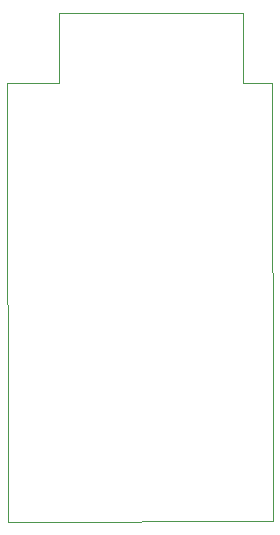
<source format=gbr>
%TF.GenerationSoftware,KiCad,Pcbnew,(6.0.2)*%
%TF.CreationDate,2022-03-11T22:28:15+02:00*%
%TF.ProjectId,project1,70726f6a-6563-4743-912e-6b696361645f,rev?*%
%TF.SameCoordinates,Original*%
%TF.FileFunction,Profile,NP*%
%FSLAX46Y46*%
G04 Gerber Fmt 4.6, Leading zero omitted, Abs format (unit mm)*
G04 Created by KiCad (PCBNEW (6.0.2)) date 2022-03-11 22:28:15*
%MOMM*%
%LPD*%
G01*
G04 APERTURE LIST*
%TA.AperFunction,Profile*%
%ADD10C,0.100000*%
%TD*%
G04 APERTURE END LIST*
D10*
X56820000Y-97300000D02*
X52440000Y-97310000D01*
X52400000Y-97310000D02*
X52460000Y-134450000D01*
X52440000Y-97310000D02*
X52400000Y-97310000D01*
X74870000Y-134380000D02*
X52460000Y-134450000D01*
X72351900Y-91414600D02*
X72351900Y-91795600D01*
X72072500Y-91414600D02*
X72351900Y-91414600D01*
X56807100Y-91414600D02*
X57315100Y-91414600D01*
X72351900Y-97282000D02*
X74828400Y-97282000D01*
X72351900Y-91795600D02*
X72351900Y-97282000D01*
X74886600Y-129127400D02*
X74870000Y-134380000D01*
X72072500Y-91414600D02*
X57315100Y-91414600D01*
X74828400Y-97282000D02*
X74886600Y-129127400D01*
X56807100Y-91821000D02*
X56807100Y-91414600D01*
X56807100Y-91821000D02*
X56807100Y-97307400D01*
M02*

</source>
